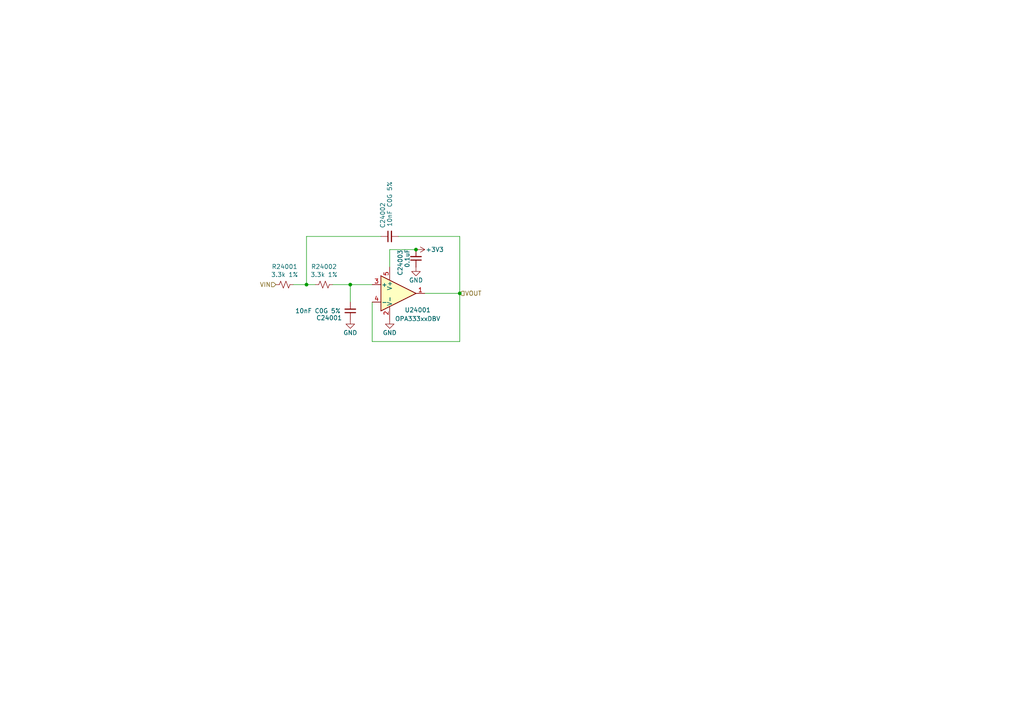
<source format=kicad_sch>
(kicad_sch (version 20231120) (generator "eeschema") (generator_version "8.0")
  (paper "A4")
  (lib_symbols
    (symbol "Amplifier_Operational:OPA333xxDBV" (pin_names (offset 0.127))
      (property "Reference" "U" (at -1.27 6.35 0))
      (property "Value" "OPA333xxDBV" (at -1.27 3.81 0))
      (symbol "OPA333xxDBV_0_1"
        (polyline (pts (xy -5.08 5.08) (xy 5.08 0) (xy -5.08 -5.08) (xy -5.08 5.08)) (stroke (width 0.254)) (fill (type background)))
        (pin power_in line (at -2.54 -7.62 90) (length 3.81) (name "V-") (number "2"))
        (pin power_in line (at -2.54 7.62 270) (length 3.81) (name "V+") (number "5"))
      )
      (symbol "OPA333xxDBV_1_1"
        (pin output line (at 7.62 0 180) (length 2.54) (name "~") (number "1"))
        (pin input line (at -7.62 2.54 0) (length 2.54) (name "+") (number "3"))
        (pin input line (at -7.62 -2.54 0) (length 2.54) (name "-") (number "4"))
      )
    )
    (symbol "Device:C_Small" (pin_numbers hide) (pin_names (offset 0.254) hide)
      (property "Reference" "C" (at 0.254 1.778 0))
      (property "Value" "C_Small" (at 0.254 -2.032 0))
      (symbol "C_Small_0_1"
        (polyline (pts (xy -1.524 -0.508) (xy 1.524 -0.508)) (stroke (width 0.3302)))
        (polyline (pts (xy -1.524 0.508) (xy 1.524 0.508)) (stroke (width 0.3048)))
      )
      (symbol "C_Small_1_1"
        (pin passive line (at 0 2.54 270) (length 2.032) (name "~") (number "1"))
        (pin passive line (at 0 -2.54 90) (length 2.032) (name "~") (number "2"))
      )
    )
    (symbol "Device:R_Small_US" (pin_numbers hide) (pin_names (offset 0.254) hide)
      (property "Reference" "R" (at 0.762 0.508 0))
      (property "Value" "R_Small_US" (at 0.762 -1.016 0))
      (symbol "R_Small_US_1_1"
        (polyline (pts (xy 0 0) (xy 1.016 -0.381) (xy 0 -0.762) (xy -1.016 -1.143) (xy 0 -1.524)))
        (polyline (pts (xy 0 1.524) (xy 1.016 1.143) (xy 0 0.762) (xy -1.016 0.381) (xy 0 0)))
        (pin passive line (at 0 2.54 270) (length 1.016) (name "~") (number "1"))
        (pin passive line (at 0 -2.54 90) (length 1.016) (name "~") (number "2"))
      )
    )
    (symbol "power:+3V3" (power) (pin_numbers hide) (pin_names (offset 0) hide)
      (property "Value" "+3V3" (at 0 3.556 0))
      (symbol "+3V3_0_1"
        (polyline (pts (xy -0.762 1.27) (xy 0 2.54)))
        (polyline (pts (xy 0 0) (xy 0 2.54)))
        (polyline (pts (xy 0 2.54) (xy 0.762 1.27)))
      )
      (symbol "+3V3_1_1"
        (pin power_in line (at 0 0 90) (length 0) (name "~") (number "1"))
      )
    )
    (symbol "power:GND" (power) (pin_names (offset 0))
      (property "Value" "GND" (at 0 -3.81 0))
      (symbol "GND_0_1"
        (polyline (pts (xy 0 0) (xy 0 -1.27) (xy 1.27 -1.27) (xy 0 -2.54) (xy -1.27 -1.27) (xy 0 -1.27)))
      )
      (symbol "GND_1_1"
        (pin power_in line (at 0 0 270) (length 0) hide (name "GND") (number "1"))
      )
    )
  )
  (junction (at 133.35 85.09))
  (junction (at 120.65 72.39))
  (junction (at 101.6 82.55))
  (junction (at 88.9 82.55))
  (wire (pts (xy 88.9 82.55) (xy 91.44 82.55)))
  (wire (pts (xy 123.19 85.09) (xy 133.35 85.09)))
  (wire (pts (xy 107.95 87.63) (xy 107.95 99.06)))
  (wire (pts (xy 85.09 82.55) (xy 88.9 82.55)))
  (wire (pts (xy 133.35 68.58) (xy 133.35 85.09)))
  (wire (pts (xy 115.57 68.58) (xy 133.35 68.58)))
  (wire (pts (xy 113.03 77.47) (xy 113.03 72.39)))
  (wire (pts (xy 96.52 82.55) (xy 101.6 82.55)))
  (wire (pts (xy 101.6 82.55) (xy 101.6 87.63)))
  (wire (pts (xy 107.95 99.06) (xy 133.35 99.06)))
  (wire (pts (xy 101.6 82.55) (xy 107.95 82.55)))
  (wire (pts (xy 88.9 68.58) (xy 88.9 82.55)))
  (wire (pts (xy 110.49 68.58) (xy 88.9 68.58)))
  (wire (pts (xy 133.35 99.06) (xy 133.35 85.09)))
  (wire (pts (xy 113.03 72.39) (xy 120.65 72.39)))
  (hierarchical_label "VIN" (shape input) (at 80.01 82.55 180))
  (hierarchical_label "VOUT" (shape input) (at 133.35 85.09 0))
  (symbol (lib_id "Device:C_Small") (at 101.6 90.17 180) (unit 1)
    (property "Reference" "C24001" (at 91.694 92.202 0) (effects (justify right)))
    (property "Value" "10nF C0G 5%" (at 85.598 90.17 0) (effects (justify right)))
    (property "Footprint" "Capacitor_SMD:C_0402_1005Metric" (effects (hide yes)))
    (property "LCSC" "C3855387" (effects (hide yes)))
    (instances (project "analog_frontend_panel" (path "" (reference "C24001") (unit 1)) (path "" (reference "C8004") (unit 1)) (path "" (reference "C22001") (unit 1)) (path "" (reference "C15001") (unit 1)) (path "" (reference "C16004") (unit 1)) (path "" (reference "C19004") (unit 1)) (path "" (reference "C21001") (unit 1)) (path "" (reference "C23001") (unit 1)) (path "" (reference "C18004") (unit 1)) (path "" (reference "C5004") (unit 1)) (path "" (reference "C17004") (unit 1))))
  )
  (symbol (lib_id "Device:C_Small") (at 120.65 74.93 180) (unit 1)
    (property "Reference" "C24003" (at 116.078 76.2 90))
    (property "Value" "0.1uF" (at 118.11 74.93 90))
    (property "Footprint" "Capacitor_SMD:C_0402_1005Metric" (effects (hide yes)))
    (instances (project "analog_frontend_panel" (path "" (reference "C24003") (unit 1)) (path "" (reference "C8003") (unit 1)) (path "" (reference "C22003") (unit 1)) (path "" (reference "C11003") (unit 1)) (path "" (reference "C16003") (unit 1)) (path "" (reference "C19003") (unit 1)) (path "" (reference "C21003") (unit 1)) (path "" (reference "C23003") (unit 1)) (path "" (reference "C18003") (unit 1)) (path "" (reference "C5003") (unit 1)) (path "" (reference "C17003") (unit 1))))
  )
  (symbol (lib_id "Device:R_Small_US") (at 82.55 82.55 90) (unit 1)
    (property "Reference" "R24001" (at 82.55 77.343 90))
    (property "Value" "3.3k 1%" (at 82.55 79.6544 90))
    (property "Footprint" "Resistor_SMD:R_0402_1005Metric" (effects (hide yes)))
    (property "LCSC" "C25890" (effects (hide yes)))
    (instances (project "analog_frontend_panel" (path "" (reference "R24001") (unit 1)) (path "" (reference "R8001") (unit 1)) (path "" (reference "R22001") (unit 1)) (path "" (reference "R11002") (unit 1)) (path "" (reference "R16001") (unit 1)) (path "" (reference "R19001") (unit 1)) (path "" (reference "R21001") (unit 1)) (path "" (reference "R23001") (unit 1)) (path "" (reference "R18001") (unit 1)) (path "" (reference "R5001") (unit 1)) (path "" (reference "R17001") (unit 1))))
  )
  (symbol (lib_id "power:GND") (at 113.03 92.71 0) (unit 1)
    (property "Reference" "#PWR24002" (effects (hide yes)))
    (property "Value" "GND" (at 113.03 96.52 0))
    (instances (project "analog_frontend_panel" (path "" (reference "#PWR24002") (unit 1)) (path "" (reference "#PWR8002") (unit 1)) (path "" (reference "#PWR22002") (unit 1)) (path "" (reference "#PWR11001") (unit 1)) (path "" (reference "#PWR16002") (unit 1)) (path "" (reference "#PWR19002") (unit 1)) (path "" (reference "#PWR21002") (unit 1)) (path "" (reference "#PWR23002") (unit 1)) (path "" (reference "#PWR18002") (unit 1)) (path "" (reference "#PWR5002") (unit 1)) (path "" (reference "#PWR17002") (unit 1))))
  )
  (symbol (lib_id "Amplifier_Operational:OPA333xxDBV") (at 115.57 85.09 0) (unit 1)
    (property "Reference" "U24001" (at 121.158 89.916 0))
    (property "Value" "OPA333xxDBV" (at 121.158 92.456 0))
    (property "Footprint" "Package_TO_SOT_SMD:SOT-23-5" (effects (hide yes)))
    (property "Datasheet" "http://www.ti.com/lit/ds/symlink/opa333.pdf" (effects (hide yes)))
    (property "Description" "Single 1.8V, microPower, CMOS Operational Amplifiers, Zero-Drift Series, SOT-23-5" (effects (hide yes)))
    (instances (project "analog_frontend_panel" (path "" (reference "U24001") (unit 1)) (path "" (reference "U8001") (unit 1)) (path "" (reference "U22001") (unit 1)) (path "" (reference "U11001") (unit 1)) (path "" (reference "U16001") (unit 1)) (path "" (reference "U19001") (unit 1)) (path "" (reference "U21001") (unit 1)) (path "" (reference "U23001") (unit 1)) (path "" (reference "U18001") (unit 1)) (path "" (reference "U5001") (unit 1)) (path "" (reference "U17001") (unit 1))))
  )
  (symbol (lib_id "power:GND") (at 120.65 77.47 0) (unit 1)
    (property "Reference" "#PWR24004" (effects (hide yes)))
    (property "Value" "GND" (at 120.65 81.28 0))
    (instances (project "analog_frontend_panel" (path "" (reference "#PWR24004") (unit 1)) (path "" (reference "#PWR8004") (unit 1)) (path "" (reference "#PWR22004") (unit 1)) (path "" (reference "#PWR11003") (unit 1)) (path "" (reference "#PWR16004") (unit 1)) (path "" (reference "#PWR19004") (unit 1)) (path "" (reference "#PWR21004") (unit 1)) (path "" (reference "#PWR23004") (unit 1)) (path "" (reference "#PWR18004") (unit 1)) (path "" (reference "#PWR5004") (unit 1)) (path "" (reference "#PWR17004") (unit 1))))
  )
  (symbol (lib_id "Device:R_Small_US") (at 93.98 82.55 90) (unit 1)
    (property "Reference" "R24002" (at 93.98 77.343 90))
    (property "Value" "3.3k 1%" (at 93.98 79.6544 90))
    (property "Footprint" "Resistor_SMD:R_0402_1005Metric" (effects (hide yes)))
    (property "LCSC" "C25890" (effects (hide yes)))
    (instances (project "analog_frontend_panel" (path "" (reference "R24002") (unit 1)) (path "" (reference "R8002") (unit 1)) (path "" (reference "R22002") (unit 1)) (path "" (reference "R11001") (unit 1)) (path "" (reference "R16002") (unit 1)) (path "" (reference "R19002") (unit 1)) (path "" (reference "R21002") (unit 1)) (path "" (reference "R23002") (unit 1)) (path "" (reference "R18002") (unit 1)) (path "" (reference "R5002") (unit 1)) (path "" (reference "R17002") (unit 1))))
  )
  (symbol (lib_id "Device:C_Small") (at 113.03 68.58 90) (unit 1)
    (property "Reference" "C24002" (at 110.998 58.674 0) (effects (justify right)))
    (property "Value" "10nF C0G 5%" (at 113.03 52.578 0) (effects (justify right)))
    (property "Footprint" "Capacitor_SMD:C_0402_1005Metric" (effects (hide yes)))
    (property "LCSC" "C3855387" (effects (hide yes)))
    (instances (project "analog_frontend_panel" (path "" (reference "C24002") (unit 1)) (path "" (reference "C8001") (unit 1)) (path "" (reference "C22002") (unit 1)) (path "" (reference "C15002") (unit 1)) (path "" (reference "C16001") (unit 1)) (path "" (reference "C19001") (unit 1)) (path "" (reference "C21002") (unit 1)) (path "" (reference "C23002") (unit 1)) (path "" (reference "C18001") (unit 1)) (path "" (reference "C5001") (unit 1)) (path "" (reference "C17001") (unit 1))))
  )
  (symbol (lib_id "power:+3V3") (at 120.65 72.39 270) (unit 1)
    (property "Reference" "#PWR5003" (effects (hide yes)))
    (property "Value" "+3V3" (at 123.444 72.39 90) (effects (justify left)))
    (property "Description" "Power symbol creates a global label with name \"+3V3\"" (effects (hide yes)))
    (instances (project "analog_frontend_panel" (path "" (reference "#PWR24003") (unit 1)) (path "" (reference "#PWR8003") (unit 1)) (path "" (reference "#PWR22003") (unit 1)) (path "" (reference "#PWR15001") (unit 1)) (path "" (reference "#PWR16003") (unit 1)) (path "" (reference "#PWR19003") (unit 1)) (path "" (reference "#PWR21003") (unit 1)) (path "" (reference "#PWR23003") (unit 1)) (path "" (reference "#PWR18003") (unit 1)) (path "" (reference "#PWR5003") (unit 1)) (path "" (reference "#PWR17003") (unit 1))))
  )
  (symbol (lib_id "power:GND") (at 101.6 92.71 0) (unit 1)
    (property "Reference" "#PWR24001" (effects (hide yes)))
    (property "Value" "GND" (at 101.6 96.52 0))
    (instances (project "analog_frontend_panel" (path "" (reference "#PWR24001") (unit 1)) (path "" (reference "#PWR8001") (unit 1)) (path "" (reference "#PWR22001") (unit 1)) (path "" (reference "#PWR11002") (unit 1)) (path "" (reference "#PWR16001") (unit 1)) (path "" (reference "#PWR19001") (unit 1)) (path "" (reference "#PWR21001") (unit 1)) (path "" (reference "#PWR23001") (unit 1)) (path "" (reference "#PWR18001") (unit 1)) (path "" (reference "#PWR5001") (unit 1)) (path "" (reference "#PWR17001") (unit 1))))
  )
)
</source>
